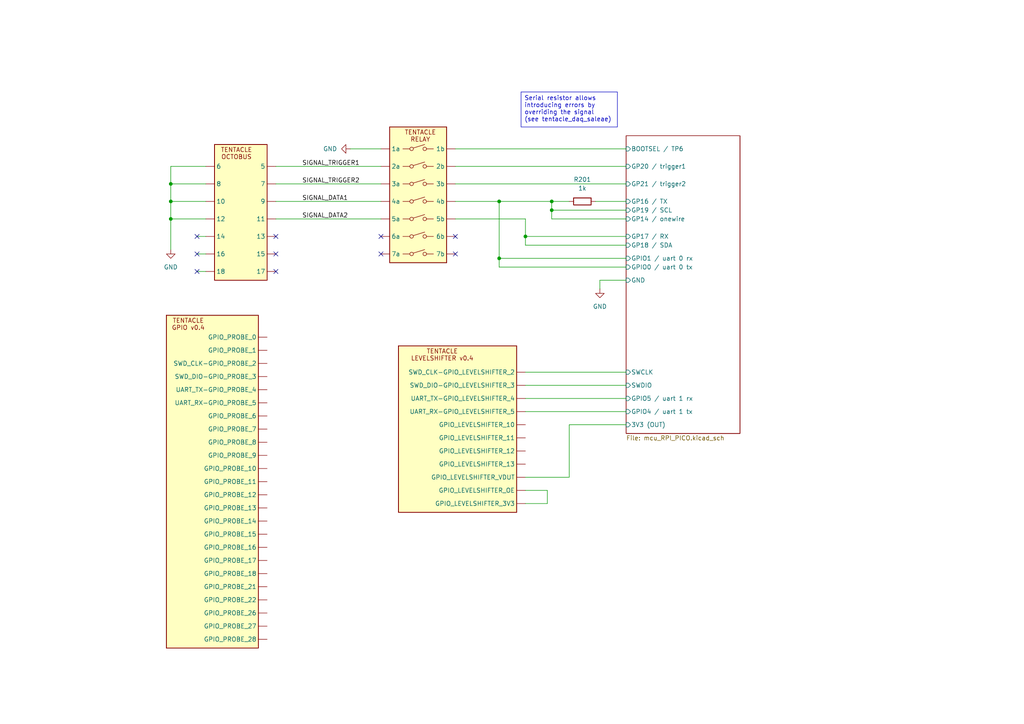
<source format=kicad_sch>
(kicad_sch (version 20231120) (generator "eeschema") (generator_version "8.0")
  (paper "A4")
  (title_block (title "tentacle_MCU_RPI_PICOW") (date "2024-07-16") (company "Hans Märki, Märki Informatik") (comment 1 "The MIT License (MIT)"))
  (lib_symbols
    (symbol "00_project_library:tentacle_octobus" (pin_numbers hide)
      (property "Reference" "T" (at -27.432 29.718 0))
      (property "Value" "tentacle_octobus" (at 1.27 3.81 0))
      (symbol "tentacle_octobus_1_1"
        (rectangle (start 0 0) (end 15.24 -39.37) (stroke (width 0.254)) (fill (type background)))
        (text "TENTACLE\nOCTOBUS" (at 6.35 -2.54 0) (effects (font (size 1.27 1.27))))
        (pin passive line (at -2.54 -16.51 0) (length 2.54) (name "10") (number "10"))
        (pin passive line (at 17.78 -21.59 180) (length 2.54) (name "11") (number "11"))
        (pin passive line (at -2.54 -21.59 0) (length 2.54) (name "12") (number "12"))
        (pin passive line (at 17.78 -26.67 180) (length 2.54) (name "13") (number "13"))
        (pin passive line (at -2.54 -26.67 0) (length 2.54) (name "14") (number "14"))
        (pin passive line (at 17.78 -31.75 180) (length 2.54) (name "15") (number "15"))
        (pin passive line (at -2.54 -31.75 0) (length 2.54) (name "16") (number "16"))
        (pin passive line (at 17.78 -36.83 180) (length 2.54) (name "17") (number "17"))
        (pin passive line (at -2.54 -36.83 0) (length 2.54) (name "18") (number "18"))
        (pin passive line (at 17.78 -6.35 180) (length 2.54) (name "5") (number "5"))
        (pin passive line (at -2.54 -6.35 0) (length 2.54) (name "6") (number "6"))
        (pin passive line (at 17.78 -11.43 180) (length 2.54) (name "7") (number "7"))
        (pin passive line (at -2.54 -11.43 0) (length 2.54) (name "8") (number "8"))
        (pin passive line (at 17.78 -16.51 180) (length 2.54) (name "9") (number "9"))
      )
    )
    (symbol "00_project_library:tentacle_v04_gpio_levelshifter" (pin_numbers hide)
      (property "Reference" "T" (at -27.432 29.718 0))
      (property "Value" "tentacle" (at 1.27 41.91 0))
      (symbol "tentacle_v04_gpio_levelshifter_1_1"
        (rectangle (start 0 0) (end 34.29 -48.26) (stroke (width 0.254)) (fill (type background)))
        (text "TENTACLE\nLEVELSHIFTER v0.4" (at 12.7 -2.54 0) (effects (font (size 1.27 1.27))))
        (pin passive line (at 36.83 -22.86 180) (length 2.54) (name "GPIO_LEVELSHIFTER_10") (number ""))
        (pin passive line (at 36.83 -26.67 180) (length 2.54) (name "GPIO_LEVELSHIFTER_11") (number ""))
        (pin passive line (at 36.83 -30.48 180) (length 2.54) (name "GPIO_LEVELSHIFTER_12") (number ""))
        (pin passive line (at 36.83 -34.29 180) (length 2.54) (name "GPIO_LEVELSHIFTER_13") (number ""))
        (pin passive line (at 36.83 -45.72 180) (length 2.54) (name "GPIO_LEVELSHIFTER_3V3") (number ""))
        (pin passive line (at 36.83 -41.91 180) (length 2.54) (name "GPIO_LEVELSHIFTER_OE") (number ""))
        (pin passive line (at 36.83 -38.1 180) (length 2.54) (name "GPIO_LEVELSHIFTER_VDUT") (number ""))
        (pin passive line (at 36.83 -7.62 180) (length 2.54) (name "SWD_CLK-GPIO_LEVELSHIFTER_2") (number ""))
        (pin passive line (at 36.83 -11.43 180) (length 2.54) (name "SWD_DIO-GPIO_LEVELSHIFTER_3") (number ""))
        (pin passive line (at 36.83 -19.05 180) (length 2.54) (name "UART_RX-GPIO_LEVELSHIFTER_5") (number ""))
        (pin passive line (at 36.83 -15.24 180) (length 2.54) (name "UART_TX-GPIO_LEVELSHIFTER_4") (number ""))
      )
    )
    (symbol "00_project_library:tentacle_v04_gpio_probe" (pin_numbers hide)
      (property "Reference" "T" (at -27.432 29.718 0))
      (property "Value" "tentacle" (at 1.27 41.91 0))
      (symbol "tentacle_v04_gpio_probe_1_1"
        (rectangle (start 0 0) (end 26.67 -96.52) (stroke (width 0.254)) (fill (type background)))
        (text "TENTACLE\nGPIO v0.4" (at 6.35 -2.54 0) (effects (font (size 1.27 1.27))))
        (pin passive line (at 29.21 -6.35 180) (length 2.54) (name "GPIO_PROBE_0") (number ""))
        (pin passive line (at 29.21 -10.16 180) (length 2.54) (name "GPIO_PROBE_1") (number ""))
        (pin passive line (at 29.21 -44.45 180) (length 2.54) (name "GPIO_PROBE_10") (number ""))
        (pin passive line (at 29.21 -48.26 180) (length 2.54) (name "GPIO_PROBE_11") (number ""))
        (pin passive line (at 29.21 -52.07 180) (length 2.54) (name "GPIO_PROBE_12") (number ""))
        (pin passive line (at 29.21 -55.88 180) (length 2.54) (name "GPIO_PROBE_13") (number ""))
        (pin passive line (at 29.21 -59.69 180) (length 2.54) (name "GPIO_PROBE_14") (number ""))
        (pin passive line (at 29.21 -63.5 180) (length 2.54) (name "GPIO_PROBE_15") (number ""))
        (pin passive line (at 29.21 -67.31 180) (length 2.54) (name "GPIO_PROBE_16") (number ""))
        (pin passive line (at 29.21 -71.12 180) (length 2.54) (name "GPIO_PROBE_17") (number ""))
        (pin passive line (at 29.21 -74.93 180) (length 2.54) (name "GPIO_PROBE_18") (number ""))
        (pin passive line (at 29.21 -78.74 180) (length 2.54) (name "GPIO_PROBE_21") (number ""))
        (pin passive line (at 29.21 -82.55 180) (length 2.54) (name "GPIO_PROBE_22") (number ""))
        (pin passive line (at 29.21 -86.36 180) (length 2.54) (name "GPIO_PROBE_26") (number ""))
        (pin passive line (at 29.21 -90.17 180) (length 2.54) (name "GPIO_PROBE_27") (number ""))
        (pin passive line (at 29.21 -93.98 180) (length 2.54) (name "GPIO_PROBE_28") (number ""))
        (pin passive line (at 29.21 -29.21 180) (length 2.54) (name "GPIO_PROBE_6") (number ""))
        (pin passive line (at 29.21 -33.02 180) (length 2.54) (name "GPIO_PROBE_7") (number ""))
        (pin passive line (at 29.21 -36.83 180) (length 2.54) (name "GPIO_PROBE_8") (number ""))
        (pin passive line (at 29.21 -40.64 180) (length 2.54) (name "GPIO_PROBE_9") (number ""))
        (pin passive line (at 29.21 -13.97 180) (length 2.54) (name "SWD_CLK-GPIO_PROBE_2") (number ""))
        (pin passive line (at 29.21 -17.78 180) (length 2.54) (name "SWD_DIO-GPIO_PROBE_3") (number ""))
        (pin passive line (at 29.21 -25.4 180) (length 2.54) (name "UART_RX-GPIO_PROBE_5") (number ""))
        (pin passive line (at 29.21 -21.59 180) (length 2.54) (name "UART_TX-GPIO_PROBE_4") (number ""))
      )
    )
    (symbol "Device:R" (pin_numbers hide) (pin_names (offset 0))
      (property "Reference" "R" (at 2.032 0 90))
      (property "Value" "R" (at 0 0 90))
      (symbol "R_0_1"
        (rectangle (start -1.016 -2.54) (end 1.016 2.54) (stroke (width 0.254)))
      )
      (symbol "R_1_1"
        (pin passive line (at 0 3.81 270) (length 1.27) (name "~") (number "1"))
        (pin passive line (at 0 -3.81 90) (length 1.27) (name "~") (number "2"))
      )
    )
    (symbol "power:GND" (power) (pin_numbers hide) (pin_names (offset 0) hide)
      (property "Value" "GND" (at 0 -3.81 0))
      (symbol "GND_0_1"
        (polyline (pts (xy 0 0) (xy 0 -1.27) (xy 1.27 -1.27) (xy 0 -2.54) (xy -1.27 -1.27) (xy 0 -1.27)))
      )
      (symbol "GND_1_1"
        (pin power_in line (at 0 0 270) (length 0) (name "~") (number "1"))
      )
    )
    (symbol "tentacle_relay_1" (pin_numbers hide)
      (property "Reference" "T" (at -27.432 29.718 0))
      (property "Value" "tentacle_relay" (at 3.81 2.54 0))
      (symbol "tentacle_relay_1_0_1"
        (polyline (pts (xy 5.842 -36.83) (xy 3.81 -36.83)))
        (polyline (pts (xy 5.842 -31.75) (xy 3.81 -31.75)))
        (polyline (pts (xy 5.842 -26.67) (xy 3.81 -26.67)))
        (polyline (pts (xy 5.842 -21.59) (xy 3.81 -21.59)))
        (polyline (pts (xy 5.842 -16.51) (xy 3.81 -16.51)))
        (polyline (pts (xy 5.842 -11.43) (xy 3.81 -11.43)))
        (polyline (pts (xy 5.842 -6.35) (xy 3.81 -6.35)))
        (polyline (pts (xy 6.858 -36.576) (xy 10.16 -35.56)))
        (polyline (pts (xy 6.858 -31.496) (xy 10.16 -30.48)))
        (polyline (pts (xy 6.858 -26.416) (xy 10.16 -25.4)))
        (polyline (pts (xy 6.858 -21.336) (xy 10.16 -20.32)))
        (polyline (pts (xy 6.858 -16.256) (xy 10.16 -15.24)))
        (polyline (pts (xy 6.858 -11.176) (xy 10.16 -10.16)))
        (polyline (pts (xy 6.858 -6.096) (xy 10.16 -5.08)))
        (polyline (pts (xy 12.7 -36.83) (xy 10.668 -36.83)))
        (polyline (pts (xy 12.7 -31.75) (xy 10.668 -31.75)))
        (polyline (pts (xy 12.7 -26.67) (xy 10.668 -26.67)))
        (polyline (pts (xy 12.7 -21.59) (xy 10.668 -21.59)))
        (polyline (pts (xy 12.7 -16.51) (xy 10.668 -16.51)))
        (polyline (pts (xy 12.7 -11.43) (xy 10.668 -11.43)))
        (polyline (pts (xy 12.7 -6.35) (xy 10.668 -6.35)))
        (circle (center 6.35 -36.83) (radius 0.508))
        (circle (center 6.35 -31.75) (radius 0.508))
        (circle (center 6.35 -26.67) (radius 0.508))
        (circle (center 6.35 -21.59) (radius 0.508))
        (circle (center 6.35 -16.51) (radius 0.508))
        (circle (center 6.35 -11.43) (radius 0.508))
        (circle (center 6.35 -6.35) (radius 0.508))
        (circle (center 10.16 -36.83) (radius 0.508))
        (circle (center 10.16 -31.75) (radius 0.508))
        (circle (center 10.16 -26.67) (radius 0.508))
        (circle (center 10.16 -21.59) (radius 0.508))
        (circle (center 10.16 -16.51) (radius 0.508))
        (circle (center 10.16 -11.43) (radius 0.508))
        (circle (center 10.16 -6.35) (radius 0.508))
      )
      (symbol "tentacle_relay_1_1_1"
        (rectangle (start 0 0) (end 16.51 -39.37) (stroke (width 0.254)) (fill (type background)))
        (text "TENTACLE\nRELAY" (at 8.89 -2.54 0) (effects (font (size 1.27 1.27))))
        (pin passive line (at -2.54 -6.35 0) (length 2.54) (name "1a") (number ""))
        (pin passive line (at 19.05 -6.35 180) (length 2.54) (name "1b") (number ""))
        (pin passive line (at -2.54 -11.43 0) (length 2.54) (name "2a") (number ""))
        (pin passive line (at 19.05 -11.43 180) (length 2.54) (name "2b") (number ""))
        (pin passive line (at -2.54 -16.51 0) (length 2.54) (name "3a") (number ""))
        (pin passive line (at 19.05 -16.51 180) (length 2.54) (name "3b") (number ""))
        (pin passive line (at -2.54 -21.59 0) (length 2.54) (name "4a") (number ""))
        (pin passive line (at 19.05 -21.59 180) (length 2.54) (name "4b") (number ""))
        (pin passive line (at -2.54 -26.67 0) (length 2.54) (name "5a") (number ""))
        (pin passive line (at 19.05 -26.67 180) (length 2.54) (name "5b") (number ""))
        (pin passive line (at -2.54 -31.75 0) (length 2.54) (name "6a") (number ""))
        (pin passive line (at 19.05 -31.75 180) (length 2.54) (name "6b") (number ""))
        (pin passive line (at -2.54 -36.83 0) (length 2.54) (name "7a") (number ""))
        (pin passive line (at 19.05 -36.83 180) (length 2.54) (name "7b") (number ""))
      )
    )
  )
  (junction (at 49.53 63.5))
  (junction (at 49.53 53.34))
  (junction (at 144.78 74.93))
  (junction (at 49.53 58.42))
  (junction (at 144.78 58.42))
  (junction (at 160.02 60.96))
  (junction (at 152.4 68.58))
  (junction (at 160.02 58.42))
  (no_connect (at 110.49 68.58))
  (no_connect (at 110.49 73.66))
  (no_connect (at 132.08 68.58))
  (no_connect (at 80.01 78.74))
  (no_connect (at 57.15 78.74))
  (no_connect (at 57.15 68.58))
  (no_connect (at 132.08 73.66))
  (no_connect (at 57.15 73.66))
  (no_connect (at 80.01 68.58))
  (no_connect (at 80.01 73.66))
  (wire (pts (xy 80.01 63.5) (xy 110.49 63.5)))
  (wire (pts (xy 152.4 71.12) (xy 181.61 71.12)))
  (wire (pts (xy 80.01 58.42) (xy 110.49 58.42)))
  (wire (pts (xy 152.4 142.24) (xy 158.75 142.24)))
  (wire (pts (xy 49.53 58.42) (xy 59.69 58.42)))
  (wire (pts (xy 152.4 68.58) (xy 181.61 68.58)))
  (wire (pts (xy 158.75 142.24) (xy 158.75 146.05)))
  (wire (pts (xy 49.53 63.5) (xy 59.69 63.5)))
  (wire (pts (xy 49.53 58.42) (xy 49.53 53.34)))
  (wire (pts (xy 80.01 53.34) (xy 110.49 53.34)))
  (wire (pts (xy 49.53 63.5) (xy 49.53 72.39)))
  (wire (pts (xy 101.6 43.18) (xy 110.49 43.18)))
  (wire (pts (xy 132.08 48.26) (xy 181.61 48.26)))
  (wire (pts (xy 132.08 58.42) (xy 144.78 58.42)))
  (wire (pts (xy 173.99 81.28) (xy 173.99 83.82)))
  (wire (pts (xy 152.4 111.76) (xy 181.61 111.76)))
  (wire (pts (xy 160.02 58.42) (xy 165.1 58.42)))
  (wire (pts (xy 49.53 48.26) (xy 59.69 48.26)))
  (wire (pts (xy 181.61 123.19) (xy 165.1 123.19)))
  (wire (pts (xy 152.4 63.5) (xy 152.4 68.58)))
  (wire (pts (xy 152.4 68.58) (xy 152.4 71.12)))
  (wire (pts (xy 49.53 53.34) (xy 49.53 48.26)))
  (wire (pts (xy 57.15 73.66) (xy 59.69 73.66)))
  (wire (pts (xy 152.4 107.95) (xy 181.61 107.95)))
  (wire (pts (xy 132.08 53.34) (xy 181.61 53.34)))
  (wire (pts (xy 132.08 63.5) (xy 152.4 63.5)))
  (wire (pts (xy 181.61 63.5) (xy 160.02 63.5)))
  (wire (pts (xy 144.78 58.42) (xy 144.78 74.93)))
  (wire (pts (xy 132.08 43.18) (xy 181.61 43.18)))
  (wire (pts (xy 172.72 58.42) (xy 181.61 58.42)))
  (wire (pts (xy 49.53 63.5) (xy 49.53 58.42)))
  (wire (pts (xy 160.02 63.5) (xy 160.02 60.96)))
  (wire (pts (xy 160.02 60.96) (xy 181.61 60.96)))
  (wire (pts (xy 165.1 138.43) (xy 152.4 138.43)))
  (wire (pts (xy 57.15 68.58) (xy 59.69 68.58)))
  (wire (pts (xy 144.78 74.93) (xy 144.78 77.47)))
  (wire (pts (xy 49.53 53.34) (xy 59.69 53.34)))
  (wire (pts (xy 160.02 60.96) (xy 160.02 58.42)))
  (wire (pts (xy 181.61 81.28) (xy 173.99 81.28)))
  (wire (pts (xy 165.1 123.19) (xy 165.1 138.43)))
  (wire (pts (xy 57.15 78.74) (xy 59.69 78.74)))
  (wire (pts (xy 158.75 146.05) (xy 152.4 146.05)))
  (wire (pts (xy 144.78 74.93) (xy 181.61 74.93)))
  (wire (pts (xy 152.4 119.38) (xy 181.61 119.38)))
  (wire (pts (xy 144.78 58.42) (xy 160.02 58.42)))
  (wire (pts (xy 80.01 48.26) (xy 110.49 48.26)))
  (wire (pts (xy 152.4 115.57) (xy 181.61 115.57)))
  (wire (pts (xy 181.61 77.47) (xy 144.78 77.47)))
  (text_box "Serial resistor allows introducing errors by overriding the signal\n(see tentacle_daq_saleae)" (at 151.13 26.67 0) (size 27.94 10.16) (effects (font (size 1.27 1.27)) (justify left top)))
  (text "${SHEETNAME}" (at 72.898 21.59 0) (effects (font (size 2.54 2.54) (thickness 0.508) (bold yes))))
  (label "SIGNAL_TRIGGER1" (at 87.63 48.26 0))
  (label "SIGNAL_DATA2" (at 87.63 63.5 0))
  (label "SIGNAL_TRIGGER2" (at 87.63 53.34 0))
  (label "SIGNAL_DATA1" (at 87.63 58.42 0))
  (symbol (lib_id "00_project_library:tentacle_octobus") (at 62.23 41.91 0) (unit 1)
    (property "Reference" "T201" (effects (hide yes)))
    (property "Value" "tentacle_octobus" (effects (hide yes)))
  )
  (symbol (lib_id "Device:R") (at 168.91 58.42 90) (unit 1)
    (property "Reference" "R201" (at 168.91 52.07 90))
    (property "Value" "1k" (at 168.91 54.61 90))
    (property "Description" "Resistor" (effects (hide yes)))
  )
  (symbol (lib_id "power:GND") (at 49.53 72.39 0) (unit 1)
    (property "Reference" "#PWR0201" (effects (hide yes)))
    (property "Value" "GND" (at 49.53 77.47 0))
    (property "Description" "Power symbol creates a global label with name \"GND\" , ground" (effects (hide yes)))
  )
  (symbol (lib_id "00_project_library:tentacle_v04_gpio_levelshifter") (at 115.57 100.33 0) (unit 1)
    (property "Reference" "T1701" (effects (hide yes)))
    (property "Value" "tentacle" (effects (hide yes)))
  )
  (symbol (lib_id "00_project_library:tentacle_v04_gpio_probe") (at 48.26 91.44 0) (unit 1)
    (property "Reference" "T1702" (effects (hide yes)))
    (property "Value" "tentacle" (effects (hide yes)))
  )
  (symbol (lib_name "tentacle_relay_1") (lib_id "00_project_library:tentacle_relay") (at 113.03 36.83 0) (unit 1)
    (property "Reference" "T202" (effects (hide yes)))
    (property "Value" "tentacle_relay" (effects (hide yes)))
  )
  (symbol (lib_id "power:GND") (at 101.6 43.18 270) (unit 1)
    (property "Reference" "#PWR0204" (effects (hide yes)))
    (property "Value" "GND" (at 97.79 43.1799 90) (effects (justify right)))
    (property "Description" "Power symbol creates a global label with name \"GND\" , ground" (effects (hide yes)))
  )
  (symbol (lib_id "power:GND") (at 173.99 83.82 0) (unit 1)
    (property "Reference" "#PWR0203" (effects (hide yes)))
    (property "Value" "GND" (at 173.99 88.9 0))
    (property "Description" "Power symbol creates a global label with name \"GND\" , ground" (effects (hide yes)))
  )
  (sheet (at 181.61 39.37) (size 33.02 86.36) (stroke (width 0.1524))
    (property "Sheetname" "MCU_RPI_PICO" (effects (hide yes)))
    (property "Sheetfile" "mcu_RPI_PICO.kicad_sch" (at 181.61 126.3146 0) (effects (justify left top)))
    (pin "GP16 {slash} TX" input (at 181.61 58.42 180))
    (pin "GP20 {slash} trigger1" input (at 181.61 48.26 180))
    (pin "BOOTSEL {slash} TP6" input (at 181.61 43.18 180))
    (pin "GP21 {slash} trigger2" input (at 181.61 53.34 180))
    (pin "GP17 {slash} RX" input (at 181.61 68.58 180))
    (pin "GP18 {slash} SDA" input (at 181.61 71.12 180))
    (pin "GP19 {slash} SCL" input (at 181.61 60.96 180))
    (pin "GP14 {slash} onewire" input (at 181.61 63.5 180))
    (pin "GND" input (at 181.61 81.28 180))
    (pin "GPIO1 {slash} uart 0 rx" input (at 181.61 74.93 180))
    (pin "GPIO0 {slash} uart 0 tx" input (at 181.61 77.47 180))
    (pin "SWDIO" input (at 181.61 111.76 180))
    (pin "SWCLK" input (at 181.61 107.95 180))
    (pin "GPIO4 {slash} uart 1 tx" input (at 181.61 119.38 180))
    (pin "GPIO5 {slash} uart 1 rx" input (at 181.61 115.57 180))
    (pin "3V3 (OUT)" input (at 181.61 123.19 180))
  )
)
</source>
